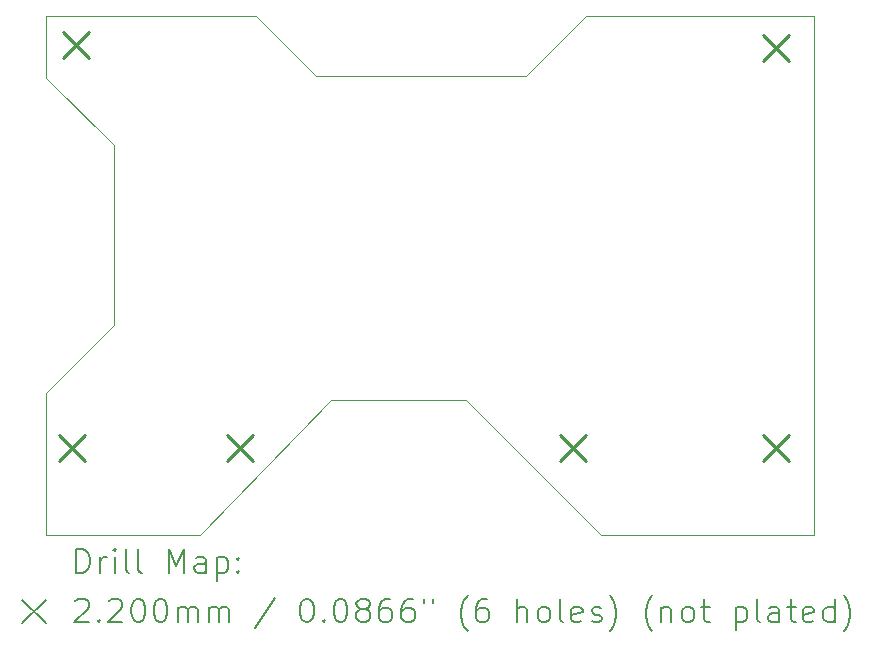
<source format=gbr>
%TF.GenerationSoftware,KiCad,Pcbnew,7.0.5+dfsg-2*%
%TF.CreationDate,2023-08-29T10:22:57-04:00*%
%TF.ProjectId,proto1_0,70726f74-6f31-45f3-902e-6b696361645f,rev?*%
%TF.SameCoordinates,Original*%
%TF.FileFunction,Drillmap*%
%TF.FilePolarity,Positive*%
%FSLAX45Y45*%
G04 Gerber Fmt 4.5, Leading zero omitted, Abs format (unit mm)*
G04 Created by KiCad (PCBNEW 7.0.5+dfsg-2) date 2023-08-29 10:22:57*
%MOMM*%
%LPD*%
G01*
G04 APERTURE LIST*
%ADD10C,0.100000*%
%ADD11C,0.200000*%
%ADD12C,0.220000*%
G04 APERTURE END LIST*
D10*
X8191500Y-6096000D02*
X7620000Y-5524500D01*
X8191500Y-7620000D02*
X8191500Y-6096000D01*
X7620000Y-8191500D02*
X8191500Y-7620000D01*
X7620000Y-5524500D02*
X7620000Y-4998720D01*
X12319000Y-9398000D02*
X14120000Y-9398000D01*
X11684000Y-5506720D02*
X9906000Y-5506720D01*
X8925560Y-9398000D02*
X10033000Y-8255000D01*
X7620000Y-9398000D02*
X8925560Y-9398000D01*
X7620000Y-4998720D02*
X9398000Y-4998720D01*
X12192000Y-4998720D02*
X11684000Y-5506720D01*
X7620000Y-9398000D02*
X7620000Y-8191500D01*
X14120000Y-4998720D02*
X14120000Y-9398000D01*
X10033000Y-8255000D02*
X11176000Y-8255000D01*
X12319000Y-9398000D02*
X11176000Y-8255000D01*
X9398000Y-4998720D02*
X9906000Y-5506720D01*
X14120000Y-4998720D02*
X12192000Y-4998720D01*
D11*
D12*
X7732250Y-8551400D02*
X7952250Y-8771400D01*
X7952250Y-8551400D02*
X7732250Y-8771400D01*
X7764000Y-5137640D02*
X7984000Y-5357640D01*
X7984000Y-5137640D02*
X7764000Y-5357640D01*
X9152110Y-8551400D02*
X9372110Y-8771400D01*
X9372110Y-8551400D02*
X9152110Y-8771400D01*
X11970240Y-8551400D02*
X12190240Y-8771400D01*
X12190240Y-8551400D02*
X11970240Y-8771400D01*
X13687280Y-5157325D02*
X13907280Y-5377325D01*
X13907280Y-5157325D02*
X13687280Y-5377325D01*
X13687280Y-8551400D02*
X13907280Y-8771400D01*
X13907280Y-8551400D02*
X13687280Y-8771400D01*
D11*
X7875777Y-9714484D02*
X7875777Y-9514484D01*
X7875777Y-9514484D02*
X7923396Y-9514484D01*
X7923396Y-9514484D02*
X7951967Y-9524008D01*
X7951967Y-9524008D02*
X7971015Y-9543055D01*
X7971015Y-9543055D02*
X7980539Y-9562103D01*
X7980539Y-9562103D02*
X7990062Y-9600198D01*
X7990062Y-9600198D02*
X7990062Y-9628770D01*
X7990062Y-9628770D02*
X7980539Y-9666865D01*
X7980539Y-9666865D02*
X7971015Y-9685912D01*
X7971015Y-9685912D02*
X7951967Y-9704960D01*
X7951967Y-9704960D02*
X7923396Y-9714484D01*
X7923396Y-9714484D02*
X7875777Y-9714484D01*
X8075777Y-9714484D02*
X8075777Y-9581150D01*
X8075777Y-9619246D02*
X8085301Y-9600198D01*
X8085301Y-9600198D02*
X8094824Y-9590674D01*
X8094824Y-9590674D02*
X8113872Y-9581150D01*
X8113872Y-9581150D02*
X8132920Y-9581150D01*
X8199586Y-9714484D02*
X8199586Y-9581150D01*
X8199586Y-9514484D02*
X8190062Y-9524008D01*
X8190062Y-9524008D02*
X8199586Y-9533531D01*
X8199586Y-9533531D02*
X8209110Y-9524008D01*
X8209110Y-9524008D02*
X8199586Y-9514484D01*
X8199586Y-9514484D02*
X8199586Y-9533531D01*
X8323396Y-9714484D02*
X8304348Y-9704960D01*
X8304348Y-9704960D02*
X8294824Y-9685912D01*
X8294824Y-9685912D02*
X8294824Y-9514484D01*
X8428158Y-9714484D02*
X8409110Y-9704960D01*
X8409110Y-9704960D02*
X8399586Y-9685912D01*
X8399586Y-9685912D02*
X8399586Y-9514484D01*
X8656729Y-9714484D02*
X8656729Y-9514484D01*
X8656729Y-9514484D02*
X8723396Y-9657341D01*
X8723396Y-9657341D02*
X8790063Y-9514484D01*
X8790063Y-9514484D02*
X8790063Y-9714484D01*
X8971015Y-9714484D02*
X8971015Y-9609722D01*
X8971015Y-9609722D02*
X8961491Y-9590674D01*
X8961491Y-9590674D02*
X8942444Y-9581150D01*
X8942444Y-9581150D02*
X8904348Y-9581150D01*
X8904348Y-9581150D02*
X8885301Y-9590674D01*
X8971015Y-9704960D02*
X8951967Y-9714484D01*
X8951967Y-9714484D02*
X8904348Y-9714484D01*
X8904348Y-9714484D02*
X8885301Y-9704960D01*
X8885301Y-9704960D02*
X8875777Y-9685912D01*
X8875777Y-9685912D02*
X8875777Y-9666865D01*
X8875777Y-9666865D02*
X8885301Y-9647817D01*
X8885301Y-9647817D02*
X8904348Y-9638293D01*
X8904348Y-9638293D02*
X8951967Y-9638293D01*
X8951967Y-9638293D02*
X8971015Y-9628770D01*
X9066253Y-9581150D02*
X9066253Y-9781150D01*
X9066253Y-9590674D02*
X9085301Y-9581150D01*
X9085301Y-9581150D02*
X9123396Y-9581150D01*
X9123396Y-9581150D02*
X9142444Y-9590674D01*
X9142444Y-9590674D02*
X9151967Y-9600198D01*
X9151967Y-9600198D02*
X9161491Y-9619246D01*
X9161491Y-9619246D02*
X9161491Y-9676389D01*
X9161491Y-9676389D02*
X9151967Y-9695436D01*
X9151967Y-9695436D02*
X9142444Y-9704960D01*
X9142444Y-9704960D02*
X9123396Y-9714484D01*
X9123396Y-9714484D02*
X9085301Y-9714484D01*
X9085301Y-9714484D02*
X9066253Y-9704960D01*
X9247205Y-9695436D02*
X9256729Y-9704960D01*
X9256729Y-9704960D02*
X9247205Y-9714484D01*
X9247205Y-9714484D02*
X9237682Y-9704960D01*
X9237682Y-9704960D02*
X9247205Y-9695436D01*
X9247205Y-9695436D02*
X9247205Y-9714484D01*
X9247205Y-9590674D02*
X9256729Y-9600198D01*
X9256729Y-9600198D02*
X9247205Y-9609722D01*
X9247205Y-9609722D02*
X9237682Y-9600198D01*
X9237682Y-9600198D02*
X9247205Y-9590674D01*
X9247205Y-9590674D02*
X9247205Y-9609722D01*
X7415000Y-9943000D02*
X7615000Y-10143000D01*
X7615000Y-9943000D02*
X7415000Y-10143000D01*
X7866253Y-9953531D02*
X7875777Y-9944008D01*
X7875777Y-9944008D02*
X7894824Y-9934484D01*
X7894824Y-9934484D02*
X7942443Y-9934484D01*
X7942443Y-9934484D02*
X7961491Y-9944008D01*
X7961491Y-9944008D02*
X7971015Y-9953531D01*
X7971015Y-9953531D02*
X7980539Y-9972579D01*
X7980539Y-9972579D02*
X7980539Y-9991627D01*
X7980539Y-9991627D02*
X7971015Y-10020198D01*
X7971015Y-10020198D02*
X7856729Y-10134484D01*
X7856729Y-10134484D02*
X7980539Y-10134484D01*
X8066253Y-10115436D02*
X8075777Y-10124960D01*
X8075777Y-10124960D02*
X8066253Y-10134484D01*
X8066253Y-10134484D02*
X8056729Y-10124960D01*
X8056729Y-10124960D02*
X8066253Y-10115436D01*
X8066253Y-10115436D02*
X8066253Y-10134484D01*
X8151967Y-9953531D02*
X8161491Y-9944008D01*
X8161491Y-9944008D02*
X8180539Y-9934484D01*
X8180539Y-9934484D02*
X8228158Y-9934484D01*
X8228158Y-9934484D02*
X8247205Y-9944008D01*
X8247205Y-9944008D02*
X8256729Y-9953531D01*
X8256729Y-9953531D02*
X8266253Y-9972579D01*
X8266253Y-9972579D02*
X8266253Y-9991627D01*
X8266253Y-9991627D02*
X8256729Y-10020198D01*
X8256729Y-10020198D02*
X8142443Y-10134484D01*
X8142443Y-10134484D02*
X8266253Y-10134484D01*
X8390063Y-9934484D02*
X8409110Y-9934484D01*
X8409110Y-9934484D02*
X8428158Y-9944008D01*
X8428158Y-9944008D02*
X8437682Y-9953531D01*
X8437682Y-9953531D02*
X8447205Y-9972579D01*
X8447205Y-9972579D02*
X8456729Y-10010674D01*
X8456729Y-10010674D02*
X8456729Y-10058293D01*
X8456729Y-10058293D02*
X8447205Y-10096389D01*
X8447205Y-10096389D02*
X8437682Y-10115436D01*
X8437682Y-10115436D02*
X8428158Y-10124960D01*
X8428158Y-10124960D02*
X8409110Y-10134484D01*
X8409110Y-10134484D02*
X8390063Y-10134484D01*
X8390063Y-10134484D02*
X8371015Y-10124960D01*
X8371015Y-10124960D02*
X8361491Y-10115436D01*
X8361491Y-10115436D02*
X8351967Y-10096389D01*
X8351967Y-10096389D02*
X8342443Y-10058293D01*
X8342443Y-10058293D02*
X8342443Y-10010674D01*
X8342443Y-10010674D02*
X8351967Y-9972579D01*
X8351967Y-9972579D02*
X8361491Y-9953531D01*
X8361491Y-9953531D02*
X8371015Y-9944008D01*
X8371015Y-9944008D02*
X8390063Y-9934484D01*
X8580539Y-9934484D02*
X8599586Y-9934484D01*
X8599586Y-9934484D02*
X8618634Y-9944008D01*
X8618634Y-9944008D02*
X8628158Y-9953531D01*
X8628158Y-9953531D02*
X8637682Y-9972579D01*
X8637682Y-9972579D02*
X8647205Y-10010674D01*
X8647205Y-10010674D02*
X8647205Y-10058293D01*
X8647205Y-10058293D02*
X8637682Y-10096389D01*
X8637682Y-10096389D02*
X8628158Y-10115436D01*
X8628158Y-10115436D02*
X8618634Y-10124960D01*
X8618634Y-10124960D02*
X8599586Y-10134484D01*
X8599586Y-10134484D02*
X8580539Y-10134484D01*
X8580539Y-10134484D02*
X8561491Y-10124960D01*
X8561491Y-10124960D02*
X8551967Y-10115436D01*
X8551967Y-10115436D02*
X8542444Y-10096389D01*
X8542444Y-10096389D02*
X8532920Y-10058293D01*
X8532920Y-10058293D02*
X8532920Y-10010674D01*
X8532920Y-10010674D02*
X8542444Y-9972579D01*
X8542444Y-9972579D02*
X8551967Y-9953531D01*
X8551967Y-9953531D02*
X8561491Y-9944008D01*
X8561491Y-9944008D02*
X8580539Y-9934484D01*
X8732920Y-10134484D02*
X8732920Y-10001150D01*
X8732920Y-10020198D02*
X8742444Y-10010674D01*
X8742444Y-10010674D02*
X8761491Y-10001150D01*
X8761491Y-10001150D02*
X8790063Y-10001150D01*
X8790063Y-10001150D02*
X8809110Y-10010674D01*
X8809110Y-10010674D02*
X8818634Y-10029722D01*
X8818634Y-10029722D02*
X8818634Y-10134484D01*
X8818634Y-10029722D02*
X8828158Y-10010674D01*
X8828158Y-10010674D02*
X8847205Y-10001150D01*
X8847205Y-10001150D02*
X8875777Y-10001150D01*
X8875777Y-10001150D02*
X8894825Y-10010674D01*
X8894825Y-10010674D02*
X8904348Y-10029722D01*
X8904348Y-10029722D02*
X8904348Y-10134484D01*
X8999586Y-10134484D02*
X8999586Y-10001150D01*
X8999586Y-10020198D02*
X9009110Y-10010674D01*
X9009110Y-10010674D02*
X9028158Y-10001150D01*
X9028158Y-10001150D02*
X9056729Y-10001150D01*
X9056729Y-10001150D02*
X9075777Y-10010674D01*
X9075777Y-10010674D02*
X9085301Y-10029722D01*
X9085301Y-10029722D02*
X9085301Y-10134484D01*
X9085301Y-10029722D02*
X9094825Y-10010674D01*
X9094825Y-10010674D02*
X9113872Y-10001150D01*
X9113872Y-10001150D02*
X9142444Y-10001150D01*
X9142444Y-10001150D02*
X9161491Y-10010674D01*
X9161491Y-10010674D02*
X9171015Y-10029722D01*
X9171015Y-10029722D02*
X9171015Y-10134484D01*
X9561491Y-9924960D02*
X9390063Y-10182103D01*
X9818634Y-9934484D02*
X9837682Y-9934484D01*
X9837682Y-9934484D02*
X9856729Y-9944008D01*
X9856729Y-9944008D02*
X9866253Y-9953531D01*
X9866253Y-9953531D02*
X9875777Y-9972579D01*
X9875777Y-9972579D02*
X9885301Y-10010674D01*
X9885301Y-10010674D02*
X9885301Y-10058293D01*
X9885301Y-10058293D02*
X9875777Y-10096389D01*
X9875777Y-10096389D02*
X9866253Y-10115436D01*
X9866253Y-10115436D02*
X9856729Y-10124960D01*
X9856729Y-10124960D02*
X9837682Y-10134484D01*
X9837682Y-10134484D02*
X9818634Y-10134484D01*
X9818634Y-10134484D02*
X9799587Y-10124960D01*
X9799587Y-10124960D02*
X9790063Y-10115436D01*
X9790063Y-10115436D02*
X9780539Y-10096389D01*
X9780539Y-10096389D02*
X9771015Y-10058293D01*
X9771015Y-10058293D02*
X9771015Y-10010674D01*
X9771015Y-10010674D02*
X9780539Y-9972579D01*
X9780539Y-9972579D02*
X9790063Y-9953531D01*
X9790063Y-9953531D02*
X9799587Y-9944008D01*
X9799587Y-9944008D02*
X9818634Y-9934484D01*
X9971015Y-10115436D02*
X9980539Y-10124960D01*
X9980539Y-10124960D02*
X9971015Y-10134484D01*
X9971015Y-10134484D02*
X9961491Y-10124960D01*
X9961491Y-10124960D02*
X9971015Y-10115436D01*
X9971015Y-10115436D02*
X9971015Y-10134484D01*
X10104348Y-9934484D02*
X10123396Y-9934484D01*
X10123396Y-9934484D02*
X10142444Y-9944008D01*
X10142444Y-9944008D02*
X10151968Y-9953531D01*
X10151968Y-9953531D02*
X10161491Y-9972579D01*
X10161491Y-9972579D02*
X10171015Y-10010674D01*
X10171015Y-10010674D02*
X10171015Y-10058293D01*
X10171015Y-10058293D02*
X10161491Y-10096389D01*
X10161491Y-10096389D02*
X10151968Y-10115436D01*
X10151968Y-10115436D02*
X10142444Y-10124960D01*
X10142444Y-10124960D02*
X10123396Y-10134484D01*
X10123396Y-10134484D02*
X10104348Y-10134484D01*
X10104348Y-10134484D02*
X10085301Y-10124960D01*
X10085301Y-10124960D02*
X10075777Y-10115436D01*
X10075777Y-10115436D02*
X10066253Y-10096389D01*
X10066253Y-10096389D02*
X10056729Y-10058293D01*
X10056729Y-10058293D02*
X10056729Y-10010674D01*
X10056729Y-10010674D02*
X10066253Y-9972579D01*
X10066253Y-9972579D02*
X10075777Y-9953531D01*
X10075777Y-9953531D02*
X10085301Y-9944008D01*
X10085301Y-9944008D02*
X10104348Y-9934484D01*
X10285301Y-10020198D02*
X10266253Y-10010674D01*
X10266253Y-10010674D02*
X10256729Y-10001150D01*
X10256729Y-10001150D02*
X10247206Y-9982103D01*
X10247206Y-9982103D02*
X10247206Y-9972579D01*
X10247206Y-9972579D02*
X10256729Y-9953531D01*
X10256729Y-9953531D02*
X10266253Y-9944008D01*
X10266253Y-9944008D02*
X10285301Y-9934484D01*
X10285301Y-9934484D02*
X10323396Y-9934484D01*
X10323396Y-9934484D02*
X10342444Y-9944008D01*
X10342444Y-9944008D02*
X10351968Y-9953531D01*
X10351968Y-9953531D02*
X10361491Y-9972579D01*
X10361491Y-9972579D02*
X10361491Y-9982103D01*
X10361491Y-9982103D02*
X10351968Y-10001150D01*
X10351968Y-10001150D02*
X10342444Y-10010674D01*
X10342444Y-10010674D02*
X10323396Y-10020198D01*
X10323396Y-10020198D02*
X10285301Y-10020198D01*
X10285301Y-10020198D02*
X10266253Y-10029722D01*
X10266253Y-10029722D02*
X10256729Y-10039246D01*
X10256729Y-10039246D02*
X10247206Y-10058293D01*
X10247206Y-10058293D02*
X10247206Y-10096389D01*
X10247206Y-10096389D02*
X10256729Y-10115436D01*
X10256729Y-10115436D02*
X10266253Y-10124960D01*
X10266253Y-10124960D02*
X10285301Y-10134484D01*
X10285301Y-10134484D02*
X10323396Y-10134484D01*
X10323396Y-10134484D02*
X10342444Y-10124960D01*
X10342444Y-10124960D02*
X10351968Y-10115436D01*
X10351968Y-10115436D02*
X10361491Y-10096389D01*
X10361491Y-10096389D02*
X10361491Y-10058293D01*
X10361491Y-10058293D02*
X10351968Y-10039246D01*
X10351968Y-10039246D02*
X10342444Y-10029722D01*
X10342444Y-10029722D02*
X10323396Y-10020198D01*
X10532920Y-9934484D02*
X10494825Y-9934484D01*
X10494825Y-9934484D02*
X10475777Y-9944008D01*
X10475777Y-9944008D02*
X10466253Y-9953531D01*
X10466253Y-9953531D02*
X10447206Y-9982103D01*
X10447206Y-9982103D02*
X10437682Y-10020198D01*
X10437682Y-10020198D02*
X10437682Y-10096389D01*
X10437682Y-10096389D02*
X10447206Y-10115436D01*
X10447206Y-10115436D02*
X10456729Y-10124960D01*
X10456729Y-10124960D02*
X10475777Y-10134484D01*
X10475777Y-10134484D02*
X10513872Y-10134484D01*
X10513872Y-10134484D02*
X10532920Y-10124960D01*
X10532920Y-10124960D02*
X10542444Y-10115436D01*
X10542444Y-10115436D02*
X10551968Y-10096389D01*
X10551968Y-10096389D02*
X10551968Y-10048770D01*
X10551968Y-10048770D02*
X10542444Y-10029722D01*
X10542444Y-10029722D02*
X10532920Y-10020198D01*
X10532920Y-10020198D02*
X10513872Y-10010674D01*
X10513872Y-10010674D02*
X10475777Y-10010674D01*
X10475777Y-10010674D02*
X10456729Y-10020198D01*
X10456729Y-10020198D02*
X10447206Y-10029722D01*
X10447206Y-10029722D02*
X10437682Y-10048770D01*
X10723396Y-9934484D02*
X10685301Y-9934484D01*
X10685301Y-9934484D02*
X10666253Y-9944008D01*
X10666253Y-9944008D02*
X10656729Y-9953531D01*
X10656729Y-9953531D02*
X10637682Y-9982103D01*
X10637682Y-9982103D02*
X10628158Y-10020198D01*
X10628158Y-10020198D02*
X10628158Y-10096389D01*
X10628158Y-10096389D02*
X10637682Y-10115436D01*
X10637682Y-10115436D02*
X10647206Y-10124960D01*
X10647206Y-10124960D02*
X10666253Y-10134484D01*
X10666253Y-10134484D02*
X10704349Y-10134484D01*
X10704349Y-10134484D02*
X10723396Y-10124960D01*
X10723396Y-10124960D02*
X10732920Y-10115436D01*
X10732920Y-10115436D02*
X10742444Y-10096389D01*
X10742444Y-10096389D02*
X10742444Y-10048770D01*
X10742444Y-10048770D02*
X10732920Y-10029722D01*
X10732920Y-10029722D02*
X10723396Y-10020198D01*
X10723396Y-10020198D02*
X10704349Y-10010674D01*
X10704349Y-10010674D02*
X10666253Y-10010674D01*
X10666253Y-10010674D02*
X10647206Y-10020198D01*
X10647206Y-10020198D02*
X10637682Y-10029722D01*
X10637682Y-10029722D02*
X10628158Y-10048770D01*
X10818634Y-9934484D02*
X10818634Y-9972579D01*
X10894825Y-9934484D02*
X10894825Y-9972579D01*
X11190063Y-10210674D02*
X11180539Y-10201150D01*
X11180539Y-10201150D02*
X11161491Y-10172579D01*
X11161491Y-10172579D02*
X11151968Y-10153531D01*
X11151968Y-10153531D02*
X11142444Y-10124960D01*
X11142444Y-10124960D02*
X11132920Y-10077341D01*
X11132920Y-10077341D02*
X11132920Y-10039246D01*
X11132920Y-10039246D02*
X11142444Y-9991627D01*
X11142444Y-9991627D02*
X11151968Y-9963055D01*
X11151968Y-9963055D02*
X11161491Y-9944008D01*
X11161491Y-9944008D02*
X11180539Y-9915436D01*
X11180539Y-9915436D02*
X11190063Y-9905912D01*
X11351968Y-9934484D02*
X11313872Y-9934484D01*
X11313872Y-9934484D02*
X11294825Y-9944008D01*
X11294825Y-9944008D02*
X11285301Y-9953531D01*
X11285301Y-9953531D02*
X11266253Y-9982103D01*
X11266253Y-9982103D02*
X11256729Y-10020198D01*
X11256729Y-10020198D02*
X11256729Y-10096389D01*
X11256729Y-10096389D02*
X11266253Y-10115436D01*
X11266253Y-10115436D02*
X11275777Y-10124960D01*
X11275777Y-10124960D02*
X11294825Y-10134484D01*
X11294825Y-10134484D02*
X11332920Y-10134484D01*
X11332920Y-10134484D02*
X11351968Y-10124960D01*
X11351968Y-10124960D02*
X11361491Y-10115436D01*
X11361491Y-10115436D02*
X11371015Y-10096389D01*
X11371015Y-10096389D02*
X11371015Y-10048770D01*
X11371015Y-10048770D02*
X11361491Y-10029722D01*
X11361491Y-10029722D02*
X11351968Y-10020198D01*
X11351968Y-10020198D02*
X11332920Y-10010674D01*
X11332920Y-10010674D02*
X11294825Y-10010674D01*
X11294825Y-10010674D02*
X11275777Y-10020198D01*
X11275777Y-10020198D02*
X11266253Y-10029722D01*
X11266253Y-10029722D02*
X11256729Y-10048770D01*
X11609110Y-10134484D02*
X11609110Y-9934484D01*
X11694825Y-10134484D02*
X11694825Y-10029722D01*
X11694825Y-10029722D02*
X11685301Y-10010674D01*
X11685301Y-10010674D02*
X11666253Y-10001150D01*
X11666253Y-10001150D02*
X11637682Y-10001150D01*
X11637682Y-10001150D02*
X11618634Y-10010674D01*
X11618634Y-10010674D02*
X11609110Y-10020198D01*
X11818634Y-10134484D02*
X11799587Y-10124960D01*
X11799587Y-10124960D02*
X11790063Y-10115436D01*
X11790063Y-10115436D02*
X11780539Y-10096389D01*
X11780539Y-10096389D02*
X11780539Y-10039246D01*
X11780539Y-10039246D02*
X11790063Y-10020198D01*
X11790063Y-10020198D02*
X11799587Y-10010674D01*
X11799587Y-10010674D02*
X11818634Y-10001150D01*
X11818634Y-10001150D02*
X11847206Y-10001150D01*
X11847206Y-10001150D02*
X11866253Y-10010674D01*
X11866253Y-10010674D02*
X11875777Y-10020198D01*
X11875777Y-10020198D02*
X11885301Y-10039246D01*
X11885301Y-10039246D02*
X11885301Y-10096389D01*
X11885301Y-10096389D02*
X11875777Y-10115436D01*
X11875777Y-10115436D02*
X11866253Y-10124960D01*
X11866253Y-10124960D02*
X11847206Y-10134484D01*
X11847206Y-10134484D02*
X11818634Y-10134484D01*
X11999587Y-10134484D02*
X11980539Y-10124960D01*
X11980539Y-10124960D02*
X11971015Y-10105912D01*
X11971015Y-10105912D02*
X11971015Y-9934484D01*
X12151968Y-10124960D02*
X12132920Y-10134484D01*
X12132920Y-10134484D02*
X12094825Y-10134484D01*
X12094825Y-10134484D02*
X12075777Y-10124960D01*
X12075777Y-10124960D02*
X12066253Y-10105912D01*
X12066253Y-10105912D02*
X12066253Y-10029722D01*
X12066253Y-10029722D02*
X12075777Y-10010674D01*
X12075777Y-10010674D02*
X12094825Y-10001150D01*
X12094825Y-10001150D02*
X12132920Y-10001150D01*
X12132920Y-10001150D02*
X12151968Y-10010674D01*
X12151968Y-10010674D02*
X12161491Y-10029722D01*
X12161491Y-10029722D02*
X12161491Y-10048770D01*
X12161491Y-10048770D02*
X12066253Y-10067817D01*
X12237682Y-10124960D02*
X12256730Y-10134484D01*
X12256730Y-10134484D02*
X12294825Y-10134484D01*
X12294825Y-10134484D02*
X12313872Y-10124960D01*
X12313872Y-10124960D02*
X12323396Y-10105912D01*
X12323396Y-10105912D02*
X12323396Y-10096389D01*
X12323396Y-10096389D02*
X12313872Y-10077341D01*
X12313872Y-10077341D02*
X12294825Y-10067817D01*
X12294825Y-10067817D02*
X12266253Y-10067817D01*
X12266253Y-10067817D02*
X12247206Y-10058293D01*
X12247206Y-10058293D02*
X12237682Y-10039246D01*
X12237682Y-10039246D02*
X12237682Y-10029722D01*
X12237682Y-10029722D02*
X12247206Y-10010674D01*
X12247206Y-10010674D02*
X12266253Y-10001150D01*
X12266253Y-10001150D02*
X12294825Y-10001150D01*
X12294825Y-10001150D02*
X12313872Y-10010674D01*
X12390063Y-10210674D02*
X12399587Y-10201150D01*
X12399587Y-10201150D02*
X12418634Y-10172579D01*
X12418634Y-10172579D02*
X12428158Y-10153531D01*
X12428158Y-10153531D02*
X12437682Y-10124960D01*
X12437682Y-10124960D02*
X12447206Y-10077341D01*
X12447206Y-10077341D02*
X12447206Y-10039246D01*
X12447206Y-10039246D02*
X12437682Y-9991627D01*
X12437682Y-9991627D02*
X12428158Y-9963055D01*
X12428158Y-9963055D02*
X12418634Y-9944008D01*
X12418634Y-9944008D02*
X12399587Y-9915436D01*
X12399587Y-9915436D02*
X12390063Y-9905912D01*
X12751968Y-10210674D02*
X12742444Y-10201150D01*
X12742444Y-10201150D02*
X12723396Y-10172579D01*
X12723396Y-10172579D02*
X12713872Y-10153531D01*
X12713872Y-10153531D02*
X12704349Y-10124960D01*
X12704349Y-10124960D02*
X12694825Y-10077341D01*
X12694825Y-10077341D02*
X12694825Y-10039246D01*
X12694825Y-10039246D02*
X12704349Y-9991627D01*
X12704349Y-9991627D02*
X12713872Y-9963055D01*
X12713872Y-9963055D02*
X12723396Y-9944008D01*
X12723396Y-9944008D02*
X12742444Y-9915436D01*
X12742444Y-9915436D02*
X12751968Y-9905912D01*
X12828158Y-10001150D02*
X12828158Y-10134484D01*
X12828158Y-10020198D02*
X12837682Y-10010674D01*
X12837682Y-10010674D02*
X12856730Y-10001150D01*
X12856730Y-10001150D02*
X12885301Y-10001150D01*
X12885301Y-10001150D02*
X12904349Y-10010674D01*
X12904349Y-10010674D02*
X12913872Y-10029722D01*
X12913872Y-10029722D02*
X12913872Y-10134484D01*
X13037682Y-10134484D02*
X13018634Y-10124960D01*
X13018634Y-10124960D02*
X13009111Y-10115436D01*
X13009111Y-10115436D02*
X12999587Y-10096389D01*
X12999587Y-10096389D02*
X12999587Y-10039246D01*
X12999587Y-10039246D02*
X13009111Y-10020198D01*
X13009111Y-10020198D02*
X13018634Y-10010674D01*
X13018634Y-10010674D02*
X13037682Y-10001150D01*
X13037682Y-10001150D02*
X13066253Y-10001150D01*
X13066253Y-10001150D02*
X13085301Y-10010674D01*
X13085301Y-10010674D02*
X13094825Y-10020198D01*
X13094825Y-10020198D02*
X13104349Y-10039246D01*
X13104349Y-10039246D02*
X13104349Y-10096389D01*
X13104349Y-10096389D02*
X13094825Y-10115436D01*
X13094825Y-10115436D02*
X13085301Y-10124960D01*
X13085301Y-10124960D02*
X13066253Y-10134484D01*
X13066253Y-10134484D02*
X13037682Y-10134484D01*
X13161492Y-10001150D02*
X13237682Y-10001150D01*
X13190063Y-9934484D02*
X13190063Y-10105912D01*
X13190063Y-10105912D02*
X13199587Y-10124960D01*
X13199587Y-10124960D02*
X13218634Y-10134484D01*
X13218634Y-10134484D02*
X13237682Y-10134484D01*
X13456730Y-10001150D02*
X13456730Y-10201150D01*
X13456730Y-10010674D02*
X13475777Y-10001150D01*
X13475777Y-10001150D02*
X13513873Y-10001150D01*
X13513873Y-10001150D02*
X13532920Y-10010674D01*
X13532920Y-10010674D02*
X13542444Y-10020198D01*
X13542444Y-10020198D02*
X13551968Y-10039246D01*
X13551968Y-10039246D02*
X13551968Y-10096389D01*
X13551968Y-10096389D02*
X13542444Y-10115436D01*
X13542444Y-10115436D02*
X13532920Y-10124960D01*
X13532920Y-10124960D02*
X13513873Y-10134484D01*
X13513873Y-10134484D02*
X13475777Y-10134484D01*
X13475777Y-10134484D02*
X13456730Y-10124960D01*
X13666253Y-10134484D02*
X13647206Y-10124960D01*
X13647206Y-10124960D02*
X13637682Y-10105912D01*
X13637682Y-10105912D02*
X13637682Y-9934484D01*
X13828158Y-10134484D02*
X13828158Y-10029722D01*
X13828158Y-10029722D02*
X13818634Y-10010674D01*
X13818634Y-10010674D02*
X13799587Y-10001150D01*
X13799587Y-10001150D02*
X13761492Y-10001150D01*
X13761492Y-10001150D02*
X13742444Y-10010674D01*
X13828158Y-10124960D02*
X13809111Y-10134484D01*
X13809111Y-10134484D02*
X13761492Y-10134484D01*
X13761492Y-10134484D02*
X13742444Y-10124960D01*
X13742444Y-10124960D02*
X13732920Y-10105912D01*
X13732920Y-10105912D02*
X13732920Y-10086865D01*
X13732920Y-10086865D02*
X13742444Y-10067817D01*
X13742444Y-10067817D02*
X13761492Y-10058293D01*
X13761492Y-10058293D02*
X13809111Y-10058293D01*
X13809111Y-10058293D02*
X13828158Y-10048770D01*
X13894825Y-10001150D02*
X13971015Y-10001150D01*
X13923396Y-9934484D02*
X13923396Y-10105912D01*
X13923396Y-10105912D02*
X13932920Y-10124960D01*
X13932920Y-10124960D02*
X13951968Y-10134484D01*
X13951968Y-10134484D02*
X13971015Y-10134484D01*
X14113873Y-10124960D02*
X14094825Y-10134484D01*
X14094825Y-10134484D02*
X14056730Y-10134484D01*
X14056730Y-10134484D02*
X14037682Y-10124960D01*
X14037682Y-10124960D02*
X14028158Y-10105912D01*
X14028158Y-10105912D02*
X14028158Y-10029722D01*
X14028158Y-10029722D02*
X14037682Y-10010674D01*
X14037682Y-10010674D02*
X14056730Y-10001150D01*
X14056730Y-10001150D02*
X14094825Y-10001150D01*
X14094825Y-10001150D02*
X14113873Y-10010674D01*
X14113873Y-10010674D02*
X14123396Y-10029722D01*
X14123396Y-10029722D02*
X14123396Y-10048770D01*
X14123396Y-10048770D02*
X14028158Y-10067817D01*
X14294825Y-10134484D02*
X14294825Y-9934484D01*
X14294825Y-10124960D02*
X14275777Y-10134484D01*
X14275777Y-10134484D02*
X14237682Y-10134484D01*
X14237682Y-10134484D02*
X14218634Y-10124960D01*
X14218634Y-10124960D02*
X14209111Y-10115436D01*
X14209111Y-10115436D02*
X14199587Y-10096389D01*
X14199587Y-10096389D02*
X14199587Y-10039246D01*
X14199587Y-10039246D02*
X14209111Y-10020198D01*
X14209111Y-10020198D02*
X14218634Y-10010674D01*
X14218634Y-10010674D02*
X14237682Y-10001150D01*
X14237682Y-10001150D02*
X14275777Y-10001150D01*
X14275777Y-10001150D02*
X14294825Y-10010674D01*
X14371015Y-10210674D02*
X14380539Y-10201150D01*
X14380539Y-10201150D02*
X14399587Y-10172579D01*
X14399587Y-10172579D02*
X14409111Y-10153531D01*
X14409111Y-10153531D02*
X14418634Y-10124960D01*
X14418634Y-10124960D02*
X14428158Y-10077341D01*
X14428158Y-10077341D02*
X14428158Y-10039246D01*
X14428158Y-10039246D02*
X14418634Y-9991627D01*
X14418634Y-9991627D02*
X14409111Y-9963055D01*
X14409111Y-9963055D02*
X14399587Y-9944008D01*
X14399587Y-9944008D02*
X14380539Y-9915436D01*
X14380539Y-9915436D02*
X14371015Y-9905912D01*
M02*

</source>
